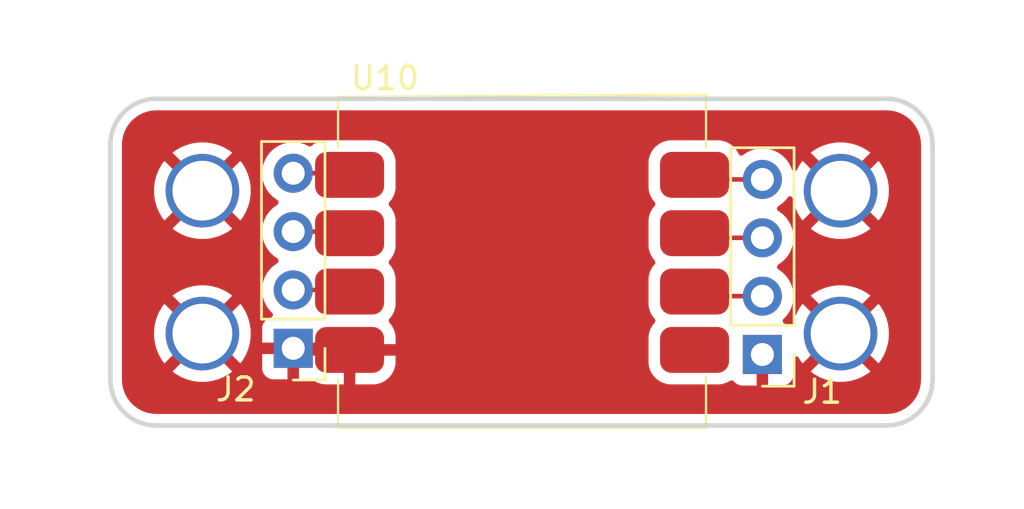
<source format=kicad_pcb>
(kicad_pcb (version 20241229) (generator "pcbnew") (generator_version "9.0")
  (layers (0 "F.Cu" signal) (2 "B.Cu" signal) (13 "F.Paste" user) (15 "B.Paste" user) (5 "F.SilkS" user "F.Silkscreen") (7 "B.SilkS" user "B.Silkscreen") (1 "F.Mask" user) (3 "B.Mask" user) (25 "Edge.Cuts" user))
  (net 0 "")
  (net 1 "+3V3")
  (net 2 "GND")
  (net 3 "MAGMETER_DRDY")
  (net 4 "SCS_MAGMETER")
  (net 5 "SCLK_MAGMETER")
  (net 6 "MISO_MAGMETER")
  (net 7 "MOSI_MAGMETER")
  (footprint "Connector_PinHeader_2.54mm:PinHeader_1x04_P2.54mm_Vertical" (layer "F.Cu") (at 169.95 100.28 180)
    (property "Reference" "J1" (at -2.6 -1.62 0) (layer "F.SilkS"))
    (property "Value" "Conn_01x04")
    (fp_line (start 1.38 1.27) (end 1.38 9) (stroke (width 0.12)) (layer "F.SilkS"))
    (fp_line (start -1.38 9) (end 1.38 9) (stroke (width 0.12)) (layer "F.SilkS"))
    (fp_line (start -1.38 1.27) (end 1.38 1.27) (stroke (width 0.12)) (layer "F.SilkS"))
    (fp_line (start -1.38 1.27) (end -1.38 9) (stroke (width 0.12)) (layer "F.SilkS"))
    (fp_line (start -1.38 0) (end -1.38 -1.38) (stroke (width 0.12)) (layer "F.SilkS"))
    (fp_line (start -1.38 -1.38) (end 0 -1.38) (stroke (width 0.12)) (layer "F.SilkS"))
    (pad "1" thru_hole rect (at 0 0 180) (size 1.7 1.7) (drill 1) (layers "*.Cu" "*.Mask") (net 2 "GND"))
    (pad "2" thru_hole circle (at 0 2.54 180) (size 1.7 1.7) (drill 1) (layers "*.Cu" "*.Mask") (net 3 "MAGMETER_DRDY"))
    (pad "3" thru_hole circle (at 0 5.08 180) (size 1.7 1.7) (drill 1) (layers "*.Cu" "*.Mask") (net 4 "SCS_MAGMETER"))
    (pad "4" thru_hole circle (at 0 7.62 180) (size 1.7 1.7) (drill 1) (layers "*.Cu" "*.Mask") (net 1 "+3V3"))
  )
  (footprint "ssi_IC:RM3100CB" (layer "F.Cu") (at 159.5 96.27)
    (property "Reference" "U10" (at -5.96 -8.03 0) (layer "F.SilkS"))
    (property "Value" "RM3100CB")
    (fp_line (start -8 -7.2) (end -8 -5) (stroke (width 0.1)) (layer "F.SilkS"))
    (fp_line (start -8 -7.2) (end 8 -7.3) (stroke (width 0.1)) (layer "F.SilkS"))
    (fp_line (start -8 5.1) (end -8 7.2) (stroke (width 0.1)) (layer "F.SilkS"))
    (fp_line (start -8 7.2) (end 8 7.2) (stroke (width 0.1)) (layer "F.SilkS"))
    (fp_line (start 8 -7.3) (end 8 -5) (stroke (width 0.1)) (layer "F.SilkS"))
    (fp_line (start 8 5) (end 8 7.2) (stroke (width 0.1)) (layer "F.SilkS"))
    (pad "1" smd roundrect (at -7.5 -3.81) (size 3 2) (layers "F.Cu" "F.Mask" "F.Paste") (net 5 "SCLK_MAGMETER"))
    (pad "2" smd roundrect (at -7.5 -1.27) (size 3 2) (layers "F.Cu" "F.Mask" "F.Paste") (net 6 "MISO_MAGMETER"))
    (pad "3" smd roundrect (at -7.5 1.27) (size 3 2) (layers "F.Cu" "F.Mask" "F.Paste") (net 7 "MOSI_MAGMETER"))
    (pad "4" smd roundrect (at -7.5 3.81) (size 3 2) (layers "F.Cu" "F.Mask" "F.Paste") (net 2 "GND"))
    (pad "5" smd roundrect (at 7.5 -3.81) (size 3 2) (layers "F.Cu" "F.Mask" "F.Paste") (net 1 "+3V3"))
    (pad "6" smd roundrect (at 7.5 -1.27) (size 3 2) (layers "F.Cu" "F.Mask" "F.Paste") (net 4 "SCS_MAGMETER"))
    (pad "7" smd roundrect (at 7.5 1.27) (size 3 2) (layers "F.Cu" "F.Mask" "F.Paste") (net 3 "MAGMETER_DRDY"))
    (pad "8" smd roundrect (at 7.5 3.81) (size 3 2) (layers "F.Cu" "F.Mask" "F.Paste"))
  )
  (footprint "ssi_mountinghole:magnetometer_extern" (layer "F.Cu") (at 141.6 103.37 90)
    (property "Reference" "J3" (hide yes))
    (property "Value" "Conn_01x01" (hide yes))
    (fp_line (start 12.22 0.000001) (end 1.999998 0.000001) (stroke (width 0.2)) (layer "Edge.Cuts"))
    (fp_line (start 0 2) (end 0 33.750003) (stroke (width 0.2)) (layer "Edge.Cuts"))
    (fp_line (start 14.22 2.000001) (end 14.22 33.750001) (stroke (width 0.2)) (layer "Edge.Cuts"))
    (fp_line (start 12.22 35.750001) (end 1.999998 35.750001) (stroke (width 0.2)) (layer "Edge.Cuts"))
    (fp_arc (start 12.22 0.000001) (mid 13.634214 0.585787) (end 14.22 2.000001) (stroke (width 0.2)) (layer "Edge.Cuts"))
    (fp_arc (start 0 2) (mid 0.585786 0.585787) (end 1.999998 0.000001) (stroke (width 0.2)) (layer "Edge.Cuts"))
    (fp_arc (start 14.22 33.750001) (mid 13.634214 35.164215) (end 12.22 35.750001) (stroke (width 0.2)) (layer "Edge.Cuts"))
    (fp_arc (start 1.999998 35.750001) (mid 0.585786 35.164215) (end 0 33.750003) (stroke (width 0.2)) (layer "Edge.Cuts"))
    (pad "1" thru_hole circle (at 4 4 90) (size 3.2 3.2) (drill 2.6) (layers "*.Cu" "*.Mask") (net 2 "GND"))
    (pad "1" thru_hole circle (at 4 31.75 90) (size 3.2 3.2) (drill 2.6) (layers "*.Cu" "*.Mask") (net 2 "GND"))
    (pad "1" thru_hole circle (at 10.22 4 90) (size 3.2 3.2) (drill 2.6) (layers "*.Cu" "*.Mask") (net 2 "GND"))
    (pad "1" thru_hole circle (at 10.22 31.75 90) (size 3.2 3.2) (drill 2.6) (layers "*.Cu" "*.Mask") (net 2 "GND"))
  )
  (footprint "Connector_PinHeader_2.54mm:PinHeader_1x04_P2.54mm_Vertical" (layer "F.Cu") (at 149.55 100.01 180)
    (property "Reference" "J2" (at 2.5 -1.79 0) (layer "F.SilkS"))
    (property "Value" "Conn_01x04")
    (fp_line (start 1.38 1.27) (end 1.38 9) (stroke (width 0.12)) (layer "F.SilkS"))
    (fp_line (start -1.38 9) (end 1.38 9) (stroke (width 0.12)) (layer "F.SilkS"))
    (fp_line (start -1.38 1.27) (end 1.38 1.27) (stroke (width 0.12)) (layer "F.SilkS"))
    (fp_line (start -1.38 1.27) (end -1.38 9) (stroke (width 0.12)) (layer "F.SilkS"))
    (fp_line (start -1.38 0) (end -1.38 -1.38) (stroke (width 0.12)) (layer "F.SilkS"))
    (fp_line (start -1.38 -1.38) (end 0 -1.38) (stroke (width 0.12)) (layer "F.SilkS"))
    (pad "1" thru_hole rect (at 0 0 180) (size 1.7 1.7) (drill 1) (layers "*.Cu" "*.Mask") (net 2 "GND"))
    (pad "2" thru_hole circle (at 0 2.54 180) (size 1.7 1.7) (drill 1) (layers "*.Cu" "*.Mask") (net 7 "MOSI_MAGMETER"))
    (pad "3" thru_hole circle (at 0 5.08 180) (size 1.7 1.7) (drill 1) (layers "*.Cu" "*.Mask") (net 6 "MISO_MAGMETER"))
    (pad "4" thru_hole circle (at 0 7.62 180) (size 1.7 1.7) (drill 1) (layers "*.Cu" "*.Mask") (net 5 "SCLK_MAGMETER"))
  )
  (segment (start 169.95 92.66) (end 167.2 92.66) (width 0.2) (layer "F.Cu") (net 1))
  (segment (start 167.2 92.66) (end 167 92.46) (width 0.2) (layer "F.Cu") (net 1))
  (segment (start 169.95 97.74) (end 167.2 97.74) (width 0.2) (layer "F.Cu") (net 3))
  (segment (start 167.2 97.74) (end 167 97.54) (width 0.2) (layer "F.Cu") (net 3))
  (segment (start 167.2 95.2) (end 167 95) (width 0.2) (layer "F.Cu") (net 4))
  (segment (start 169.95 95.2) (end 167.2 95.2) (width 0.2) (layer "F.Cu") (net 4))
  (segment (start 151.93 92.39) (end 152 92.46) (width 0.2) (layer "F.Cu") (net 5))
  (segment (start 149.55 92.39) (end 151.93 92.39) (width 0.2) (layer "F.Cu") (net 5))
  (segment (start 149.55 94.93) (end 151.93 94.93) (width 0.2) (layer "F.Cu") (net 6))
  (segment (start 151.93 94.93) (end 152 95) (width 0.2) (layer "F.Cu") (net 6))
  (segment (start 151.93 97.47) (end 152 97.54) (width 0.2) (layer "F.Cu") (net 7))
  (segment (start 149.55 97.47) (end 151.93 97.47) (width 0.2) (layer "F.Cu") (net 7))
  (zone (net 2) (net_name "GND") (layer "F.Cu") (connect_pads (clearance 0.5)) (min_thickness 0.25) (fill yes (thermal_gap 0.5) (thermal_bridge_width 0.5))
    (polygon (pts (xy 174.2 87.65) (xy 178.65 88.45) (xy 181.35 103.35) (xy 162.7 107) (xy 136.8 106.05) (xy 137.7 84.85) (xy 174.55 87.65)))
  )
)
</source>
